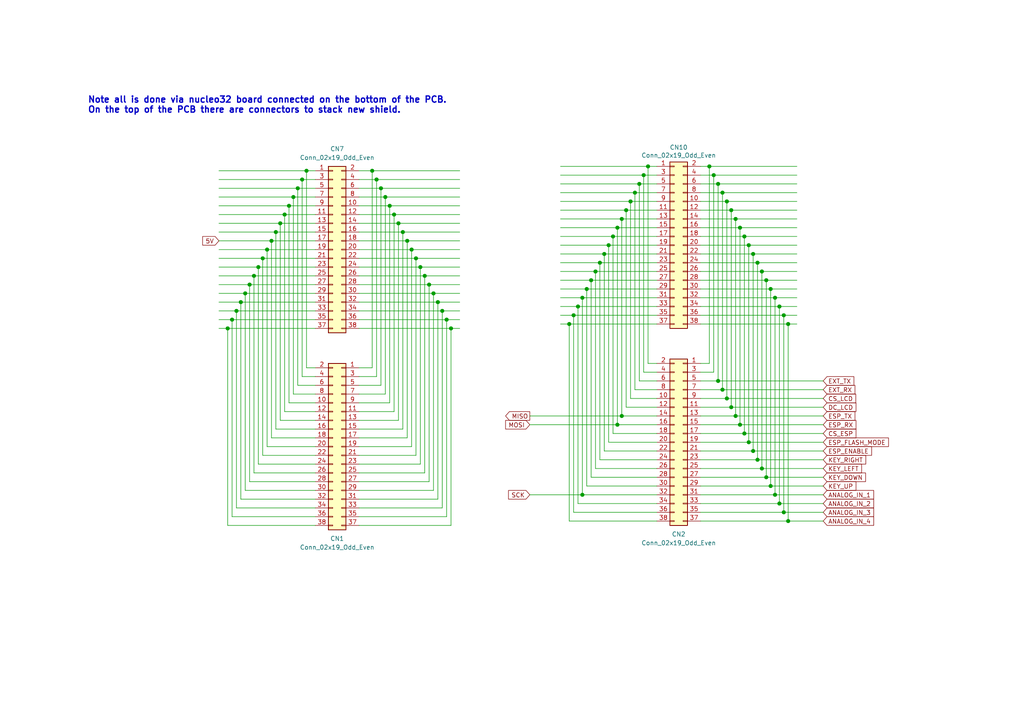
<source format=kicad_sch>
(kicad_sch (version 20210621) (generator eeschema)
  (paper "A4")
  (lib_symbols
    (symbol "Connector_Generic:Conn_02x19_Odd_Even" (pin_names (offset 1.016) hide)
      (property "Reference" "J" (at 1.27 25.4 0))
      (property "Value" "Conn_02x19_Odd_Even" (at 1.27 -25.4 0))
      (symbol "Conn_02x19_Odd_Even_1_1"
        (rectangle (start -1.27 -22.733) (end 0 -22.987) (stroke (width 0.1524)))
        (rectangle (start -1.27 -20.193) (end 0 -20.447) (stroke (width 0.1524)))
        (rectangle (start -1.27 -17.653) (end 0 -17.907) (stroke (width 0.1524)))
        (rectangle (start -1.27 -15.113) (end 0 -15.367) (stroke (width 0.1524)))
        (rectangle (start -1.27 -12.573) (end 0 -12.827) (stroke (width 0.1524)))
        (rectangle (start -1.27 -10.033) (end 0 -10.287) (stroke (width 0.1524)))
        (rectangle (start -1.27 -7.493) (end 0 -7.747) (stroke (width 0.1524)))
        (rectangle (start -1.27 -4.953) (end 0 -5.207) (stroke (width 0.1524)))
        (rectangle (start -1.27 -2.413) (end 0 -2.667) (stroke (width 0.1524)))
        (rectangle (start -1.27 0.127) (end 0 -0.127) (stroke (width 0.1524)))
        (rectangle (start -1.27 2.667) (end 0 2.413) (stroke (width 0.1524)))
        (rectangle (start -1.27 5.207) (end 0 4.953) (stroke (width 0.1524)))
        (rectangle (start -1.27 7.747) (end 0 7.493) (stroke (width 0.1524)))
        (rectangle (start -1.27 10.287) (end 0 10.033) (stroke (width 0.1524)))
        (rectangle (start -1.27 12.827) (end 0 12.573) (stroke (width 0.1524)))
        (rectangle (start -1.27 15.367) (end 0 15.113) (stroke (width 0.1524)))
        (rectangle (start -1.27 17.907) (end 0 17.653) (stroke (width 0.1524)))
        (rectangle (start -1.27 20.447) (end 0 20.193) (stroke (width 0.1524)))
        (rectangle (start -1.27 22.987) (end 0 22.733) (stroke (width 0.1524)))
        (rectangle (start 3.81 -22.733) (end 2.54 -22.987) (stroke (width 0.1524)))
        (rectangle (start 3.81 -20.193) (end 2.54 -20.447) (stroke (width 0.1524)))
        (rectangle (start 3.81 -17.653) (end 2.54 -17.907) (stroke (width 0.1524)))
        (rectangle (start 3.81 -15.113) (end 2.54 -15.367) (stroke (width 0.1524)))
        (rectangle (start 3.81 -12.573) (end 2.54 -12.827) (stroke (width 0.1524)))
        (rectangle (start 3.81 -10.033) (end 2.54 -10.287) (stroke (width 0.1524)))
        (rectangle (start 3.81 -7.493) (end 2.54 -7.747) (stroke (width 0.1524)))
        (rectangle (start 3.81 -4.953) (end 2.54 -5.207) (stroke (width 0.1524)))
        (rectangle (start 3.81 -2.413) (end 2.54 -2.667) (stroke (width 0.1524)))
        (rectangle (start 3.81 0.127) (end 2.54 -0.127) (stroke (width 0.1524)))
        (rectangle (start 3.81 2.667) (end 2.54 2.413) (stroke (width 0.1524)))
        (rectangle (start 3.81 5.207) (end 2.54 4.953) (stroke (width 0.1524)))
        (rectangle (start 3.81 7.747) (end 2.54 7.493) (stroke (width 0.1524)))
        (rectangle (start 3.81 10.287) (end 2.54 10.033) (stroke (width 0.1524)))
        (rectangle (start 3.81 12.827) (end 2.54 12.573) (stroke (width 0.1524)))
        (rectangle (start 3.81 15.367) (end 2.54 15.113) (stroke (width 0.1524)))
        (rectangle (start 3.81 17.907) (end 2.54 17.653) (stroke (width 0.1524)))
        (rectangle (start 3.81 20.447) (end 2.54 20.193) (stroke (width 0.1524)))
        (rectangle (start 3.81 22.987) (end 2.54 22.733) (stroke (width 0.1524)))
        (rectangle (start -1.27 24.13) (end 3.81 -24.13) (stroke (width 0.254)) (fill (type background)))
        (pin passive line (at -5.08 22.86 0) (length 3.81) (name "Pin_1") (number "1"))
        (pin passive line (at 7.62 12.7 180) (length 3.81) (name "Pin_10") (number "10"))
        (pin passive line (at -5.08 10.16 0) (length 3.81) (name "Pin_11") (number "11"))
        (pin passive line (at 7.62 10.16 180) (length 3.81) (name "Pin_12") (number "12"))
        (pin passive line (at -5.08 7.62 0) (length 3.81) (name "Pin_13") (number "13"))
        (pin passive line (at 7.62 7.62 180) (length 3.81) (name "Pin_14") (number "14"))
        (pin passive line (at -5.08 5.08 0) (length 3.81) (name "Pin_15") (number "15"))
        (pin passive line (at 7.62 5.08 180) (length 3.81) (name "Pin_16") (number "16"))
        (pin passive line (at -5.08 2.54 0) (length 3.81) (name "Pin_17") (number "17"))
        (pin passive line (at 7.62 2.54 180) (length 3.81) (name "Pin_18") (number "18"))
        (pin passive line (at -5.08 0 0) (length 3.81) (name "Pin_19") (number "19"))
        (pin passive line (at 7.62 22.86 180) (length 3.81) (name "Pin_2") (number "2"))
        (pin passive line (at 7.62 0 180) (length 3.81) (name "Pin_20") (number "20"))
        (pin passive line (at -5.08 -2.54 0) (length 3.81) (name "Pin_21") (number "21"))
        (pin passive line (at 7.62 -2.54 180) (length 3.81) (name "Pin_22") (number "22"))
        (pin passive line (at -5.08 -5.08 0) (length 3.81) (name "Pin_23") (number "23"))
        (pin passive line (at 7.62 -5.08 180) (length 3.81) (name "Pin_24") (number "24"))
        (pin passive line (at -5.08 -7.62 0) (length 3.81) (name "Pin_25") (number "25"))
        (pin passive line (at 7.62 -7.62 180) (length 3.81) (name "Pin_26") (number "26"))
        (pin passive line (at -5.08 -10.16 0) (length 3.81) (name "Pin_27") (number "27"))
        (pin passive line (at 7.62 -10.16 180) (length 3.81) (name "Pin_28") (number "28"))
        (pin passive line (at -5.08 -12.7 0) (length 3.81) (name "Pin_29") (number "29"))
        (pin passive line (at -5.08 20.32 0) (length 3.81) (name "Pin_3") (number "3"))
        (pin passive line (at 7.62 -12.7 180) (length 3.81) (name "Pin_30") (number "30"))
        (pin passive line (at -5.08 -15.24 0) (length 3.81) (name "Pin_31") (number "31"))
        (pin passive line (at 7.62 -15.24 180) (length 3.81) (name "Pin_32") (number "32"))
        (pin passive line (at -5.08 -17.78 0) (length 3.81) (name "Pin_33") (number "33"))
        (pin passive line (at 7.62 -17.78 180) (length 3.81) (name "Pin_34") (number "34"))
        (pin passive line (at -5.08 -20.32 0) (length 3.81) (name "Pin_35") (number "35"))
        (pin passive line (at 7.62 -20.32 180) (length 3.81) (name "Pin_36") (number "36"))
        (pin passive line (at -5.08 -22.86 0) (length 3.81) (name "Pin_37") (number "37"))
        (pin passive line (at 7.62 -22.86 180) (length 3.81) (name "Pin_38") (number "38"))
        (pin passive line (at 7.62 20.32 180) (length 3.81) (name "Pin_4") (number "4"))
        (pin passive line (at -5.08 17.78 0) (length 3.81) (name "Pin_5") (number "5"))
        (pin passive line (at 7.62 17.78 180) (length 3.81) (name "Pin_6") (number "6"))
        (pin passive line (at -5.08 15.24 0) (length 3.81) (name "Pin_7") (number "7"))
        (pin passive line (at 7.62 15.24 180) (length 3.81) (name "Pin_8") (number "8"))
        (pin passive line (at -5.08 12.7 0) (length 3.81) (name "Pin_9") (number "9"))
      )
    )
  )
  (junction (at 66.04 95.25) (diameter 1.016))
  (junction (at 67.31 92.71) (diameter 1.016))
  (junction (at 68.58 90.17) (diameter 1.016))
  (junction (at 69.85 87.63) (diameter 1.016))
  (junction (at 71.12 85.09) (diameter 1.016))
  (junction (at 72.39 82.55) (diameter 1.016))
  (junction (at 73.66 80.01) (diameter 1.016))
  (junction (at 74.93 77.47) (diameter 1.016))
  (junction (at 76.2 74.93) (diameter 1.016))
  (junction (at 77.47 72.39) (diameter 1.016))
  (junction (at 78.74 69.85) (diameter 1.016))
  (junction (at 80.01 67.31) (diameter 1.016))
  (junction (at 81.28 64.77) (diameter 1.016))
  (junction (at 82.55 62.23) (diameter 1.016))
  (junction (at 83.82 59.69) (diameter 1.016))
  (junction (at 85.09 57.15) (diameter 1.016))
  (junction (at 86.36 54.61) (diameter 1.016))
  (junction (at 87.63 52.07) (diameter 1.016))
  (junction (at 88.9 49.53) (diameter 1.016))
  (junction (at 107.95 49.53) (diameter 1.016))
  (junction (at 109.22 52.07) (diameter 1.016))
  (junction (at 110.49 54.61) (diameter 1.016))
  (junction (at 111.76 57.15) (diameter 1.016))
  (junction (at 113.03 59.69) (diameter 1.016))
  (junction (at 114.3 62.23) (diameter 1.016))
  (junction (at 115.57 64.77) (diameter 1.016))
  (junction (at 116.84 67.31) (diameter 1.016))
  (junction (at 118.11 69.85) (diameter 1.016))
  (junction (at 119.38 72.39) (diameter 1.016))
  (junction (at 120.65 74.93) (diameter 1.016))
  (junction (at 121.92 77.47) (diameter 1.016))
  (junction (at 123.19 80.01) (diameter 1.016))
  (junction (at 124.46 82.55) (diameter 1.016))
  (junction (at 125.73 85.09) (diameter 1.016))
  (junction (at 127 87.63) (diameter 1.016))
  (junction (at 128.27 90.17) (diameter 1.016))
  (junction (at 129.54 92.71) (diameter 1.016))
  (junction (at 130.81 95.25) (diameter 1.016))
  (junction (at 165.1 93.98) (diameter 1.016))
  (junction (at 166.37 91.44) (diameter 1.016))
  (junction (at 167.64 88.9) (diameter 1.016))
  (junction (at 168.91 86.36) (diameter 1.016))
  (junction (at 168.91 143.51) (diameter 1.016))
  (junction (at 170.18 83.82) (diameter 1.016))
  (junction (at 171.45 81.28) (diameter 1.016))
  (junction (at 172.72 78.74) (diameter 1.016))
  (junction (at 173.99 76.2) (diameter 1.016))
  (junction (at 175.26 73.66) (diameter 1.016))
  (junction (at 176.53 71.12) (diameter 1.016))
  (junction (at 177.8 68.58) (diameter 1.016))
  (junction (at 179.07 66.04) (diameter 1.016))
  (junction (at 179.07 123.19) (diameter 1.016))
  (junction (at 180.34 63.5) (diameter 1.016))
  (junction (at 180.34 120.65) (diameter 1.016))
  (junction (at 181.61 60.96) (diameter 1.016))
  (junction (at 182.88 58.42) (diameter 1.016))
  (junction (at 184.15 55.88) (diameter 1.016))
  (junction (at 185.42 53.34) (diameter 1.016))
  (junction (at 186.69 50.8) (diameter 1.016))
  (junction (at 187.96 48.26) (diameter 1.016))
  (junction (at 205.74 48.26) (diameter 1.016))
  (junction (at 207.01 50.8) (diameter 1.016))
  (junction (at 208.28 53.34) (diameter 1.016))
  (junction (at 208.28 110.49) (diameter 1.016))
  (junction (at 209.55 55.88) (diameter 1.016))
  (junction (at 209.55 113.03) (diameter 1.016))
  (junction (at 210.82 58.42) (diameter 1.016))
  (junction (at 210.82 115.57) (diameter 1.016))
  (junction (at 212.09 60.96) (diameter 1.016))
  (junction (at 212.09 118.11) (diameter 1.016))
  (junction (at 213.36 63.5) (diameter 1.016))
  (junction (at 213.36 120.65) (diameter 1.016))
  (junction (at 214.63 66.04) (diameter 1.016))
  (junction (at 214.63 123.19) (diameter 1.016))
  (junction (at 215.9 68.58) (diameter 1.016))
  (junction (at 215.9 125.73) (diameter 1.016))
  (junction (at 217.17 71.12) (diameter 1.016))
  (junction (at 217.17 128.27) (diameter 1.016))
  (junction (at 218.44 73.66) (diameter 1.016))
  (junction (at 218.44 130.81) (diameter 1.016))
  (junction (at 219.71 76.2) (diameter 1.016))
  (junction (at 219.71 133.35) (diameter 1.016))
  (junction (at 220.98 78.74) (diameter 1.016))
  (junction (at 220.98 135.89) (diameter 1.016))
  (junction (at 222.25 81.28) (diameter 1.016))
  (junction (at 222.25 138.43) (diameter 1.016))
  (junction (at 223.52 83.82) (diameter 1.016))
  (junction (at 223.52 140.97) (diameter 1.016))
  (junction (at 224.79 86.36) (diameter 1.016))
  (junction (at 224.79 143.51) (diameter 1.016))
  (junction (at 226.06 88.9) (diameter 1.016))
  (junction (at 226.06 146.05) (diameter 1.016))
  (junction (at 227.33 91.44) (diameter 1.016))
  (junction (at 227.33 148.59) (diameter 1.016))
  (junction (at 228.6 93.98) (diameter 1.016))
  (junction (at 228.6 151.13) (diameter 1.016))
  (wire (pts (xy 66.04 95.25) (xy 63.5 95.25)))
  (wire (pts (xy 66.04 95.25) (xy 66.04 152.4)))
  (wire (pts (xy 66.04 152.4) (xy 91.44 152.4)))
  (wire (pts (xy 67.31 92.71) (xy 63.5 92.71)))
  (wire (pts (xy 67.31 92.71) (xy 67.31 149.86)))
  (wire (pts (xy 67.31 92.71) (xy 91.44 92.71)))
  (wire (pts (xy 67.31 149.86) (xy 91.44 149.86)))
  (wire (pts (xy 68.58 90.17) (xy 63.5 90.17)))
  (wire (pts (xy 68.58 90.17) (xy 68.58 147.32)))
  (wire (pts (xy 68.58 147.32) (xy 91.44 147.32)))
  (wire (pts (xy 69.85 87.63) (xy 63.5 87.63)))
  (wire (pts (xy 69.85 87.63) (xy 69.85 144.78)))
  (wire (pts (xy 69.85 144.78) (xy 91.44 144.78)))
  (wire (pts (xy 71.12 85.09) (xy 63.5 85.09)))
  (wire (pts (xy 71.12 85.09) (xy 71.12 142.24)))
  (wire (pts (xy 71.12 142.24) (xy 91.44 142.24)))
  (wire (pts (xy 72.39 82.55) (xy 63.5 82.55)))
  (wire (pts (xy 72.39 82.55) (xy 72.39 139.7)))
  (wire (pts (xy 72.39 139.7) (xy 91.44 139.7)))
  (wire (pts (xy 73.66 80.01) (xy 63.5 80.01)))
  (wire (pts (xy 73.66 80.01) (xy 73.66 137.16)))
  (wire (pts (xy 73.66 137.16) (xy 91.44 137.16)))
  (wire (pts (xy 74.93 77.47) (xy 63.5 77.47)))
  (wire (pts (xy 74.93 77.47) (xy 74.93 134.62)))
  (wire (pts (xy 74.93 134.62) (xy 91.44 134.62)))
  (wire (pts (xy 76.2 74.93) (xy 63.5 74.93)))
  (wire (pts (xy 76.2 74.93) (xy 76.2 132.08)))
  (wire (pts (xy 76.2 132.08) (xy 91.44 132.08)))
  (wire (pts (xy 77.47 72.39) (xy 63.5 72.39)))
  (wire (pts (xy 77.47 72.39) (xy 77.47 129.54)))
  (wire (pts (xy 77.47 129.54) (xy 91.44 129.54)))
  (wire (pts (xy 78.74 69.85) (xy 63.5 69.85)))
  (wire (pts (xy 78.74 69.85) (xy 78.74 127)))
  (wire (pts (xy 78.74 127) (xy 91.44 127)))
  (wire (pts (xy 80.01 67.31) (xy 63.5 67.31)))
  (wire (pts (xy 80.01 67.31) (xy 80.01 124.46)))
  (wire (pts (xy 80.01 124.46) (xy 91.44 124.46)))
  (wire (pts (xy 81.28 64.77) (xy 63.5 64.77)))
  (wire (pts (xy 81.28 64.77) (xy 81.28 121.92)))
  (wire (pts (xy 81.28 121.92) (xy 91.44 121.92)))
  (wire (pts (xy 82.55 62.23) (xy 63.5 62.23)))
  (wire (pts (xy 82.55 62.23) (xy 82.55 119.38)))
  (wire (pts (xy 82.55 119.38) (xy 91.44 119.38)))
  (wire (pts (xy 83.82 59.69) (xy 63.5 59.69)))
  (wire (pts (xy 83.82 59.69) (xy 83.82 116.84)))
  (wire (pts (xy 83.82 116.84) (xy 91.44 116.84)))
  (wire (pts (xy 85.09 57.15) (xy 63.5 57.15)))
  (wire (pts (xy 85.09 57.15) (xy 85.09 114.3)))
  (wire (pts (xy 85.09 114.3) (xy 91.44 114.3)))
  (wire (pts (xy 86.36 54.61) (xy 63.5 54.61)))
  (wire (pts (xy 86.36 54.61) (xy 86.36 111.76)))
  (wire (pts (xy 86.36 111.76) (xy 91.44 111.76)))
  (wire (pts (xy 87.63 52.07) (xy 63.5 52.07)))
  (wire (pts (xy 87.63 52.07) (xy 87.63 109.22)))
  (wire (pts (xy 87.63 109.22) (xy 91.44 109.22)))
  (wire (pts (xy 88.9 49.53) (xy 63.5 49.53)))
  (wire (pts (xy 88.9 49.53) (xy 88.9 106.68)))
  (wire (pts (xy 88.9 106.68) (xy 91.44 106.68)))
  (wire (pts (xy 91.44 49.53) (xy 88.9 49.53)))
  (wire (pts (xy 91.44 52.07) (xy 87.63 52.07)))
  (wire (pts (xy 91.44 54.61) (xy 86.36 54.61)))
  (wire (pts (xy 91.44 57.15) (xy 85.09 57.15)))
  (wire (pts (xy 91.44 59.69) (xy 83.82 59.69)))
  (wire (pts (xy 91.44 62.23) (xy 82.55 62.23)))
  (wire (pts (xy 91.44 64.77) (xy 81.28 64.77)))
  (wire (pts (xy 91.44 67.31) (xy 80.01 67.31)))
  (wire (pts (xy 91.44 69.85) (xy 78.74 69.85)))
  (wire (pts (xy 91.44 72.39) (xy 77.47 72.39)))
  (wire (pts (xy 91.44 74.93) (xy 76.2 74.93)))
  (wire (pts (xy 91.44 77.47) (xy 74.93 77.47)))
  (wire (pts (xy 91.44 80.01) (xy 73.66 80.01)))
  (wire (pts (xy 91.44 82.55) (xy 72.39 82.55)))
  (wire (pts (xy 91.44 85.09) (xy 71.12 85.09)))
  (wire (pts (xy 91.44 87.63) (xy 69.85 87.63)))
  (wire (pts (xy 91.44 90.17) (xy 68.58 90.17)))
  (wire (pts (xy 91.44 95.25) (xy 66.04 95.25)))
  (wire (pts (xy 104.14 49.53) (xy 107.95 49.53)))
  (wire (pts (xy 104.14 52.07) (xy 109.22 52.07)))
  (wire (pts (xy 104.14 54.61) (xy 110.49 54.61)))
  (wire (pts (xy 104.14 57.15) (xy 111.76 57.15)))
  (wire (pts (xy 104.14 59.69) (xy 113.03 59.69)))
  (wire (pts (xy 104.14 62.23) (xy 114.3 62.23)))
  (wire (pts (xy 104.14 64.77) (xy 115.57 64.77)))
  (wire (pts (xy 104.14 67.31) (xy 116.84 67.31)))
  (wire (pts (xy 104.14 69.85) (xy 118.11 69.85)))
  (wire (pts (xy 104.14 72.39) (xy 119.38 72.39)))
  (wire (pts (xy 104.14 74.93) (xy 120.65 74.93)))
  (wire (pts (xy 104.14 77.47) (xy 121.92 77.47)))
  (wire (pts (xy 104.14 80.01) (xy 123.19 80.01)))
  (wire (pts (xy 104.14 82.55) (xy 124.46 82.55)))
  (wire (pts (xy 104.14 85.09) (xy 125.73 85.09)))
  (wire (pts (xy 104.14 87.63) (xy 127 87.63)))
  (wire (pts (xy 104.14 92.71) (xy 129.54 92.71)))
  (wire (pts (xy 104.14 95.25) (xy 130.81 95.25)))
  (wire (pts (xy 104.14 106.68) (xy 107.95 106.68)))
  (wire (pts (xy 104.14 109.22) (xy 109.22 109.22)))
  (wire (pts (xy 104.14 111.76) (xy 110.49 111.76)))
  (wire (pts (xy 104.14 114.3) (xy 111.76 114.3)))
  (wire (pts (xy 104.14 116.84) (xy 113.03 116.84)))
  (wire (pts (xy 104.14 119.38) (xy 114.3 119.38)))
  (wire (pts (xy 104.14 121.92) (xy 115.57 121.92)))
  (wire (pts (xy 104.14 124.46) (xy 116.84 124.46)))
  (wire (pts (xy 104.14 127) (xy 118.11 127)))
  (wire (pts (xy 104.14 129.54) (xy 119.38 129.54)))
  (wire (pts (xy 104.14 132.08) (xy 120.65 132.08)))
  (wire (pts (xy 104.14 134.62) (xy 121.92 134.62)))
  (wire (pts (xy 104.14 137.16) (xy 123.19 137.16)))
  (wire (pts (xy 104.14 139.7) (xy 124.46 139.7)))
  (wire (pts (xy 104.14 142.24) (xy 125.73 142.24)))
  (wire (pts (xy 104.14 144.78) (xy 127 144.78)))
  (wire (pts (xy 104.14 147.32) (xy 128.27 147.32)))
  (wire (pts (xy 104.14 149.86) (xy 129.54 149.86)))
  (wire (pts (xy 104.14 152.4) (xy 130.81 152.4)))
  (wire (pts (xy 107.95 49.53) (xy 107.95 106.68)))
  (wire (pts (xy 107.95 49.53) (xy 133.35 49.53)))
  (wire (pts (xy 109.22 52.07) (xy 109.22 109.22)))
  (wire (pts (xy 109.22 52.07) (xy 133.35 52.07)))
  (wire (pts (xy 110.49 54.61) (xy 110.49 111.76)))
  (wire (pts (xy 110.49 54.61) (xy 133.35 54.61)))
  (wire (pts (xy 111.76 57.15) (xy 111.76 114.3)))
  (wire (pts (xy 111.76 57.15) (xy 133.35 57.15)))
  (wire (pts (xy 113.03 59.69) (xy 113.03 116.84)))
  (wire (pts (xy 113.03 59.69) (xy 133.35 59.69)))
  (wire (pts (xy 114.3 62.23) (xy 114.3 119.38)))
  (wire (pts (xy 114.3 62.23) (xy 133.35 62.23)))
  (wire (pts (xy 115.57 64.77) (xy 115.57 121.92)))
  (wire (pts (xy 115.57 64.77) (xy 133.35 64.77)))
  (wire (pts (xy 116.84 67.31) (xy 116.84 124.46)))
  (wire (pts (xy 116.84 67.31) (xy 133.35 67.31)))
  (wire (pts (xy 118.11 69.85) (xy 118.11 127)))
  (wire (pts (xy 118.11 69.85) (xy 133.35 69.85)))
  (wire (pts (xy 119.38 72.39) (xy 119.38 129.54)))
  (wire (pts (xy 119.38 72.39) (xy 133.35 72.39)))
  (wire (pts (xy 120.65 74.93) (xy 120.65 132.08)))
  (wire (pts (xy 120.65 74.93) (xy 133.35 74.93)))
  (wire (pts (xy 121.92 77.47) (xy 121.92 134.62)))
  (wire (pts (xy 121.92 77.47) (xy 133.35 77.47)))
  (wire (pts (xy 123.19 80.01) (xy 123.19 137.16)))
  (wire (pts (xy 123.19 80.01) (xy 133.35 80.01)))
  (wire (pts (xy 124.46 82.55) (xy 124.46 139.7)))
  (wire (pts (xy 124.46 82.55) (xy 133.35 82.55)))
  (wire (pts (xy 125.73 85.09) (xy 125.73 142.24)))
  (wire (pts (xy 125.73 85.09) (xy 133.35 85.09)))
  (wire (pts (xy 127 87.63) (xy 127 144.78)))
  (wire (pts (xy 127 87.63) (xy 133.35 87.63)))
  (wire (pts (xy 128.27 90.17) (xy 104.14 90.17)))
  (wire (pts (xy 128.27 90.17) (xy 128.27 147.32)))
  (wire (pts (xy 128.27 90.17) (xy 133.35 90.17)))
  (wire (pts (xy 129.54 92.71) (xy 129.54 149.86)))
  (wire (pts (xy 129.54 92.71) (xy 133.35 92.71)))
  (wire (pts (xy 130.81 95.25) (xy 130.81 152.4)))
  (wire (pts (xy 130.81 95.25) (xy 133.35 95.25)))
  (wire (pts (xy 153.67 123.19) (xy 179.07 123.19)))
  (wire (pts (xy 165.1 93.98) (xy 162.56 93.98)))
  (wire (pts (xy 165.1 93.98) (xy 165.1 151.13)))
  (wire (pts (xy 165.1 151.13) (xy 190.5 151.13)))
  (wire (pts (xy 166.37 91.44) (xy 162.56 91.44)))
  (wire (pts (xy 166.37 91.44) (xy 166.37 148.59)))
  (wire (pts (xy 166.37 91.44) (xy 190.5 91.44)))
  (wire (pts (xy 166.37 148.59) (xy 190.5 148.59)))
  (wire (pts (xy 167.64 88.9) (xy 162.56 88.9)))
  (wire (pts (xy 167.64 88.9) (xy 167.64 146.05)))
  (wire (pts (xy 167.64 146.05) (xy 190.5 146.05)))
  (wire (pts (xy 168.91 86.36) (xy 162.56 86.36)))
  (wire (pts (xy 168.91 86.36) (xy 168.91 143.51)))
  (wire (pts (xy 168.91 143.51) (xy 153.67 143.51)))
  (wire (pts (xy 168.91 143.51) (xy 190.5 143.51)))
  (wire (pts (xy 170.18 83.82) (xy 162.56 83.82)))
  (wire (pts (xy 170.18 83.82) (xy 170.18 140.97)))
  (wire (pts (xy 170.18 140.97) (xy 190.5 140.97)))
  (wire (pts (xy 171.45 81.28) (xy 162.56 81.28)))
  (wire (pts (xy 171.45 81.28) (xy 171.45 138.43)))
  (wire (pts (xy 171.45 138.43) (xy 190.5 138.43)))
  (wire (pts (xy 172.72 78.74) (xy 162.56 78.74)))
  (wire (pts (xy 172.72 78.74) (xy 172.72 135.89)))
  (wire (pts (xy 172.72 135.89) (xy 190.5 135.89)))
  (wire (pts (xy 173.99 76.2) (xy 162.56 76.2)))
  (wire (pts (xy 173.99 76.2) (xy 173.99 133.35)))
  (wire (pts (xy 173.99 133.35) (xy 190.5 133.35)))
  (wire (pts (xy 175.26 73.66) (xy 162.56 73.66)))
  (wire (pts (xy 175.26 73.66) (xy 175.26 130.81)))
  (wire (pts (xy 175.26 130.81) (xy 190.5 130.81)))
  (wire (pts (xy 176.53 71.12) (xy 162.56 71.12)))
  (wire (pts (xy 176.53 71.12) (xy 176.53 128.27)))
  (wire (pts (xy 176.53 128.27) (xy 190.5 128.27)))
  (wire (pts (xy 177.8 68.58) (xy 162.56 68.58)))
  (wire (pts (xy 177.8 68.58) (xy 177.8 125.73)))
  (wire (pts (xy 177.8 125.73) (xy 190.5 125.73)))
  (wire (pts (xy 179.07 66.04) (xy 162.56 66.04)))
  (wire (pts (xy 179.07 66.04) (xy 179.07 123.19)))
  (wire (pts (xy 179.07 123.19) (xy 190.5 123.19)))
  (wire (pts (xy 180.34 63.5) (xy 162.56 63.5)))
  (wire (pts (xy 180.34 63.5) (xy 180.34 120.65)))
  (wire (pts (xy 180.34 120.65) (xy 153.67 120.65)))
  (wire (pts (xy 180.34 120.65) (xy 190.5 120.65)))
  (wire (pts (xy 181.61 60.96) (xy 162.56 60.96)))
  (wire (pts (xy 181.61 60.96) (xy 181.61 118.11)))
  (wire (pts (xy 181.61 118.11) (xy 190.5 118.11)))
  (wire (pts (xy 182.88 58.42) (xy 162.56 58.42)))
  (wire (pts (xy 182.88 58.42) (xy 182.88 115.57)))
  (wire (pts (xy 182.88 115.57) (xy 190.5 115.57)))
  (wire (pts (xy 184.15 55.88) (xy 162.56 55.88)))
  (wire (pts (xy 184.15 55.88) (xy 184.15 113.03)))
  (wire (pts (xy 184.15 113.03) (xy 190.5 113.03)))
  (wire (pts (xy 185.42 53.34) (xy 162.56 53.34)))
  (wire (pts (xy 185.42 53.34) (xy 185.42 110.49)))
  (wire (pts (xy 185.42 110.49) (xy 190.5 110.49)))
  (wire (pts (xy 186.69 50.8) (xy 162.56 50.8)))
  (wire (pts (xy 186.69 50.8) (xy 186.69 107.95)))
  (wire (pts (xy 186.69 107.95) (xy 190.5 107.95)))
  (wire (pts (xy 187.96 48.26) (xy 162.56 48.26)))
  (wire (pts (xy 187.96 48.26) (xy 187.96 105.41)))
  (wire (pts (xy 187.96 105.41) (xy 190.5 105.41)))
  (wire (pts (xy 190.5 48.26) (xy 187.96 48.26)))
  (wire (pts (xy 190.5 50.8) (xy 186.69 50.8)))
  (wire (pts (xy 190.5 53.34) (xy 185.42 53.34)))
  (wire (pts (xy 190.5 55.88) (xy 184.15 55.88)))
  (wire (pts (xy 190.5 58.42) (xy 182.88 58.42)))
  (wire (pts (xy 190.5 60.96) (xy 181.61 60.96)))
  (wire (pts (xy 190.5 63.5) (xy 180.34 63.5)))
  (wire (pts (xy 190.5 66.04) (xy 179.07 66.04)))
  (wire (pts (xy 190.5 68.58) (xy 177.8 68.58)))
  (wire (pts (xy 190.5 71.12) (xy 176.53 71.12)))
  (wire (pts (xy 190.5 73.66) (xy 175.26 73.66)))
  (wire (pts (xy 190.5 76.2) (xy 173.99 76.2)))
  (wire (pts (xy 190.5 78.74) (xy 172.72 78.74)))
  (wire (pts (xy 190.5 81.28) (xy 171.45 81.28)))
  (wire (pts (xy 190.5 83.82) (xy 170.18 83.82)))
  (wire (pts (xy 190.5 86.36) (xy 168.91 86.36)))
  (wire (pts (xy 190.5 88.9) (xy 167.64 88.9)))
  (wire (pts (xy 190.5 93.98) (xy 165.1 93.98)))
  (wire (pts (xy 203.2 48.26) (xy 205.74 48.26)))
  (wire (pts (xy 203.2 50.8) (xy 207.01 50.8)))
  (wire (pts (xy 203.2 53.34) (xy 208.28 53.34)))
  (wire (pts (xy 203.2 55.88) (xy 209.55 55.88)))
  (wire (pts (xy 203.2 58.42) (xy 210.82 58.42)))
  (wire (pts (xy 203.2 60.96) (xy 212.09 60.96)))
  (wire (pts (xy 203.2 63.5) (xy 213.36 63.5)))
  (wire (pts (xy 203.2 66.04) (xy 214.63 66.04)))
  (wire (pts (xy 203.2 68.58) (xy 215.9 68.58)))
  (wire (pts (xy 203.2 71.12) (xy 217.17 71.12)))
  (wire (pts (xy 203.2 73.66) (xy 218.44 73.66)))
  (wire (pts (xy 203.2 76.2) (xy 219.71 76.2)))
  (wire (pts (xy 203.2 78.74) (xy 220.98 78.74)))
  (wire (pts (xy 203.2 81.28) (xy 222.25 81.28)))
  (wire (pts (xy 203.2 83.82) (xy 223.52 83.82)))
  (wire (pts (xy 203.2 86.36) (xy 224.79 86.36)))
  (wire (pts (xy 203.2 88.9) (xy 226.06 88.9)))
  (wire (pts (xy 203.2 93.98) (xy 228.6 93.98)))
  (wire (pts (xy 203.2 113.03) (xy 209.55 113.03)))
  (wire (pts (xy 205.74 48.26) (xy 205.74 105.41)))
  (wire (pts (xy 205.74 48.26) (xy 231.14 48.26)))
  (wire (pts (xy 205.74 105.41) (xy 203.2 105.41)))
  (wire (pts (xy 207.01 50.8) (xy 207.01 107.95)))
  (wire (pts (xy 207.01 50.8) (xy 231.14 50.8)))
  (wire (pts (xy 207.01 107.95) (xy 203.2 107.95)))
  (wire (pts (xy 208.28 53.34) (xy 208.28 110.49)))
  (wire (pts (xy 208.28 53.34) (xy 231.14 53.34)))
  (wire (pts (xy 208.28 110.49) (xy 203.2 110.49)))
  (wire (pts (xy 208.28 110.49) (xy 238.76 110.49)))
  (wire (pts (xy 209.55 55.88) (xy 209.55 113.03)))
  (wire (pts (xy 209.55 55.88) (xy 231.14 55.88)))
  (wire (pts (xy 209.55 113.03) (xy 238.76 113.03)))
  (wire (pts (xy 210.82 58.42) (xy 210.82 115.57)))
  (wire (pts (xy 210.82 58.42) (xy 231.14 58.42)))
  (wire (pts (xy 210.82 115.57) (xy 203.2 115.57)))
  (wire (pts (xy 210.82 115.57) (xy 238.76 115.57)))
  (wire (pts (xy 212.09 60.96) (xy 212.09 118.11)))
  (wire (pts (xy 212.09 60.96) (xy 231.14 60.96)))
  (wire (pts (xy 212.09 118.11) (xy 203.2 118.11)))
  (wire (pts (xy 212.09 118.11) (xy 238.76 118.11)))
  (wire (pts (xy 213.36 63.5) (xy 213.36 120.65)))
  (wire (pts (xy 213.36 63.5) (xy 231.14 63.5)))
  (wire (pts (xy 213.36 120.65) (xy 203.2 120.65)))
  (wire (pts (xy 213.36 120.65) (xy 238.76 120.65)))
  (wire (pts (xy 214.63 66.04) (xy 214.63 123.19)))
  (wire (pts (xy 214.63 66.04) (xy 231.14 66.04)))
  (wire (pts (xy 214.63 123.19) (xy 203.2 123.19)))
  (wire (pts (xy 214.63 123.19) (xy 238.76 123.19)))
  (wire (pts (xy 215.9 68.58) (xy 215.9 125.73)))
  (wire (pts (xy 215.9 68.58) (xy 231.14 68.58)))
  (wire (pts (xy 215.9 125.73) (xy 203.2 125.73)))
  (wire (pts (xy 215.9 125.73) (xy 238.76 125.73)))
  (wire (pts (xy 217.17 71.12) (xy 217.17 128.27)))
  (wire (pts (xy 217.17 71.12) (xy 231.14 71.12)))
  (wire (pts (xy 217.17 128.27) (xy 203.2 128.27)))
  (wire (pts (xy 217.17 128.27) (xy 238.76 128.27)))
  (wire (pts (xy 218.44 73.66) (xy 218.44 130.81)))
  (wire (pts (xy 218.44 73.66) (xy 231.14 73.66)))
  (wire (pts (xy 218.44 130.81) (xy 203.2 130.81)))
  (wire (pts (xy 218.44 130.81) (xy 238.76 130.81)))
  (wire (pts (xy 219.71 76.2) (xy 219.71 133.35)))
  (wire (pts (xy 219.71 76.2) (xy 231.14 76.2)))
  (wire (pts (xy 219.71 133.35) (xy 203.2 133.35)))
  (wire (pts (xy 219.71 133.35) (xy 238.76 133.35)))
  (wire (pts (xy 220.98 78.74) (xy 220.98 135.89)))
  (wire (pts (xy 220.98 78.74) (xy 231.14 78.74)))
  (wire (pts (xy 220.98 135.89) (xy 203.2 135.89)))
  (wire (pts (xy 220.98 135.89) (xy 238.76 135.89)))
  (wire (pts (xy 222.25 81.28) (xy 222.25 138.43)))
  (wire (pts (xy 222.25 81.28) (xy 231.14 81.28)))
  (wire (pts (xy 222.25 138.43) (xy 203.2 138.43)))
  (wire (pts (xy 222.25 138.43) (xy 238.76 138.43)))
  (wire (pts (xy 223.52 83.82) (xy 223.52 140.97)))
  (wire (pts (xy 223.52 83.82) (xy 231.14 83.82)))
  (wire (pts (xy 223.52 140.97) (xy 203.2 140.97)))
  (wire (pts (xy 223.52 140.97) (xy 238.76 140.97)))
  (wire (pts (xy 224.79 86.36) (xy 224.79 143.51)))
  (wire (pts (xy 224.79 86.36) (xy 231.14 86.36)))
  (wire (pts (xy 224.79 143.51) (xy 203.2 143.51)))
  (wire (pts (xy 224.79 143.51) (xy 238.76 143.51)))
  (wire (pts (xy 226.06 88.9) (xy 226.06 146.05)))
  (wire (pts (xy 226.06 88.9) (xy 231.14 88.9)))
  (wire (pts (xy 226.06 146.05) (xy 203.2 146.05)))
  (wire (pts (xy 226.06 146.05) (xy 238.76 146.05)))
  (wire (pts (xy 227.33 91.44) (xy 203.2 91.44)))
  (wire (pts (xy 227.33 91.44) (xy 227.33 148.59)))
  (wire (pts (xy 227.33 91.44) (xy 231.14 91.44)))
  (wire (pts (xy 227.33 148.59) (xy 203.2 148.59)))
  (wire (pts (xy 227.33 148.59) (xy 238.76 148.59)))
  (wire (pts (xy 228.6 93.98) (xy 228.6 151.13)))
  (wire (pts (xy 228.6 93.98) (xy 231.14 93.98)))
  (wire (pts (xy 228.6 151.13) (xy 203.2 151.13)))
  (wire (pts (xy 228.6 151.13) (xy 238.76 151.13)))
  (text "Note all is done via nucleo32 board connected on the bottom of the PCB.\nOn the top of the PCB there are connectors to stack new shield." (at 25.4 33.02 0) (effects (font (size 1.8034 1.8034) (thickness 0.3607) bold) (justify left bottom)))
  (global_label "5V" (shape input) (at 63.5 69.85 180) (property "Intersheet References" "${INTERSHEET_REFS}" (effects hide)))
  (global_label "MISO" (shape output) (at 153.67 120.65 180) (property "Intersheet References" "${INTERSHEET_REFS}" (effects hide)))
  (global_label "MOSI" (shape input) (at 153.67 123.19 180) (property "Intersheet References" "${INTERSHEET_REFS}" (effects hide)))
  (global_label "SCK" (shape input) (at 153.67 143.51 180) (property "Intersheet References" "${INTERSHEET_REFS}" (effects hide)))
  (global_label "EXT_TX" (shape input) (at 238.76 110.49 0) (property "Intersheet References" "${INTERSHEET_REFS}" (effects hide)))
  (global_label "EXT_RX" (shape input) (at 238.76 113.03 0) (property "Intersheet References" "${INTERSHEET_REFS}" (effects hide)))
  (global_label "CS_LCD" (shape input) (at 238.76 115.57 0) (property "Intersheet References" "${INTERSHEET_REFS}" (effects hide)))
  (global_label "DC_LCD" (shape input) (at 238.76 118.11 0) (property "Intersheet References" "${INTERSHEET_REFS}" (effects hide)))
  (global_label "ESP_TX" (shape input) (at 238.76 120.65 0) (property "Intersheet References" "${INTERSHEET_REFS}" (effects hide)))
  (global_label "ESP_RX" (shape input) (at 238.76 123.19 0) (property "Intersheet References" "${INTERSHEET_REFS}" (effects hide)))
  (global_label "CS_ESP" (shape input) (at 238.76 125.73 0) (property "Intersheet References" "${INTERSHEET_REFS}" (effects hide)))
  (global_label "ESP_FLASH_MODE" (shape input) (at 238.76 128.27 0) (property "Intersheet References" "${INTERSHEET_REFS}" (effects hide)))
  (global_label "ESP_ENABLE" (shape input) (at 238.76 130.81 0) (property "Intersheet References" "${INTERSHEET_REFS}" (effects hide)))
  (global_label "KEY_RIGHT" (shape input) (at 238.76 133.35 0) (property "Intersheet References" "${INTERSHEET_REFS}" (effects hide)))
  (global_label "KEY_LEFT" (shape input) (at 238.76 135.89 0) (property "Intersheet References" "${INTERSHEET_REFS}" (effects hide)))
  (global_label "KEY_DOWN" (shape input) (at 238.76 138.43 0) (property "Intersheet References" "${INTERSHEET_REFS}" (effects hide)))
  (global_label "KEY_UP" (shape input) (at 238.76 140.97 0) (property "Intersheet References" "${INTERSHEET_REFS}" (effects hide)))
  (global_label "ANALOG_IN_1" (shape input) (at 238.76 143.51 0) (property "Intersheet References" "${INTERSHEET_REFS}" (effects hide)))
  (global_label "ANALOG_IN_2" (shape input) (at 238.76 146.05 0) (property "Intersheet References" "${INTERSHEET_REFS}" (effects hide)))
  (global_label "ANALOG_IN_3" (shape input) (at 238.76 148.59 0) (property "Intersheet References" "${INTERSHEET_REFS}" (effects hide)))
  (global_label "ANALOG_IN_4" (shape input) (at 238.76 151.13 0) (property "Intersheet References" "${INTERSHEET_REFS}" (effects hide)))
  (symbol (lib_id "Connector_Generic:Conn_02x19_Odd_Even") (at 96.52 72.39 0) (unit 1)
    (property "Reference" "CN7" (at 97.79 43.18 0))
    (property "Value" "Conn_02x19_Odd_Even" (at 97.79 45.72 0))
    (property "Footprint" "Connector_PinSocket_2.54mm:PinSocket_2x19_P2.54mm_Vertical_SMD" (effects hide))
  )
  (symbol (lib_id "Connector_Generic:Conn_02x19_Odd_Even") (at 99.06 129.54 0) (mirror y) (unit 1)
    (property "Reference" "CN1" (at 97.79 156.21 0))
    (property "Value" "Conn_02x19_Odd_Even" (at 97.79 158.75 0))
    (property "Footprint" "Connector_PinSocket_2.54mm:PinSocket_2x19_P2.54mm_Vertical_SMD" (effects hide))
  )
  (symbol (lib_id "Connector_Generic:Conn_02x19_Odd_Even") (at 195.58 71.12 0) (unit 1)
    (property "Reference" "CN10" (at 196.85 42.7482 0))
    (property "Value" "Conn_02x19_Odd_Even" (at 196.85 45.0596 0))
    (property "Footprint" "Connector_PinSocket_2.54mm:PinSocket_2x19_P2.54mm_Vertical_SMD" (effects hide))
  )
  (symbol (lib_id "Connector_Generic:Conn_02x19_Odd_Even") (at 198.12 128.27 0) (mirror y) (unit 1)
    (property "Reference" "CN2" (at 196.85 154.94 0))
    (property "Value" "Conn_02x19_Odd_Even" (at 196.85 157.48 0))
    (property "Footprint" "Connector_PinSocket_2.54mm:PinSocket_2x19_P2.54mm_Vertical_SMD" (effects hide))
  )
)
</source>
